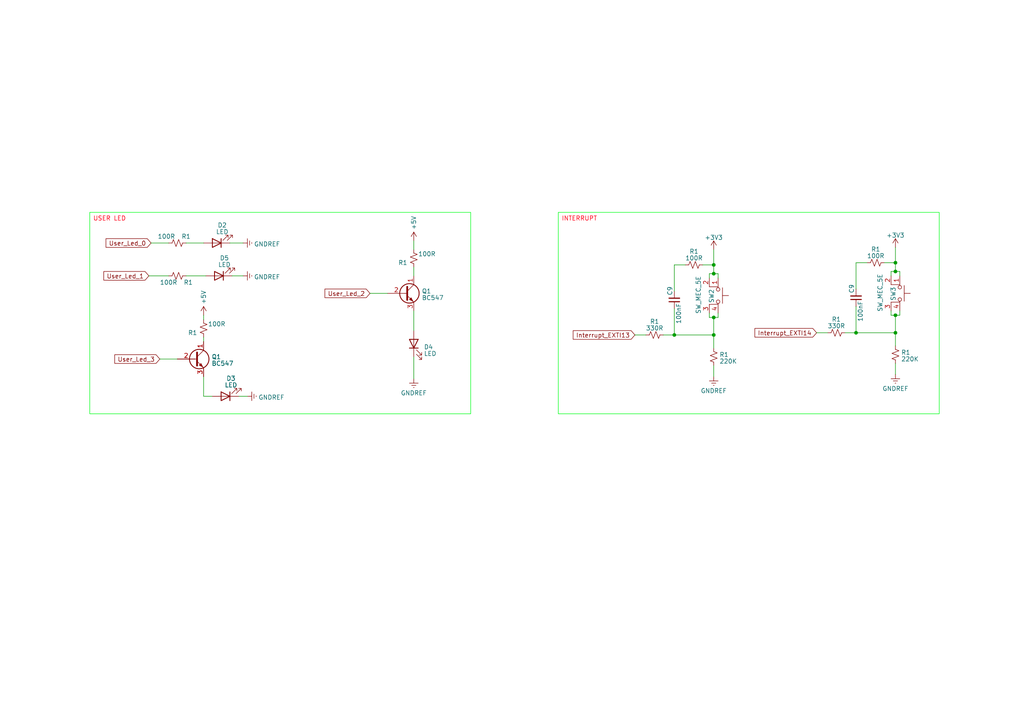
<source format=kicad_sch>
(kicad_sch (version 20230121) (generator eeschema)
  (paper "A4")
  (lib_symbols
    (symbol "Device:C_Small" (pin_numbers hide) (pin_names (offset 0.254) hide)
      (property "Reference" "C" (at 0.254 1.778 0))
      (property "Value" "C_Small" (at 0.254 -2.032 0))
      (symbol "C_Small_0_1"
        (polyline (pts (xy -1.524 -0.508) (xy 1.524 -0.508)) (stroke (width 0.3302)))
        (polyline (pts (xy -1.524 0.508) (xy 1.524 0.508)) (stroke (width 0.3048)))
      )
      (symbol "C_Small_1_1"
        (pin passive line (at 0 2.54 270) (length 2.032) (name "~") (number "1"))
        (pin passive line (at 0 -2.54 90) (length 2.032) (name "~") (number "2"))
      )
    )
    (symbol "Device:LED" (pin_numbers hide) (pin_names (offset 1.016) hide)
      (property "Reference" "D" (at 0 2.54 0))
      (property "Value" "LED" (at 0 -2.54 0))
      (symbol "LED_0_1"
        (polyline (pts (xy -1.27 -1.27) (xy -1.27 1.27)) (stroke (width 0.254)))
        (polyline (pts (xy -1.27 0) (xy 1.27 0)))
        (polyline (pts (xy 1.27 -1.27) (xy 1.27 1.27) (xy -1.27 0) (xy 1.27 -1.27)) (stroke (width 0.254)))
        (polyline (pts (xy -3.048 -0.762) (xy -4.572 -2.286) (xy -3.81 -2.286) (xy -4.572 -2.286) (xy -4.572 -1.524)))
        (polyline (pts (xy -1.778 -0.762) (xy -3.302 -2.286) (xy -2.54 -2.286) (xy -3.302 -2.286) (xy -3.302 -1.524)))
      )
      (symbol "LED_1_1"
        (pin passive line (at -3.81 0 0) (length 2.54) (name "K") (number "1"))
        (pin passive line (at 3.81 0 180) (length 2.54) (name "A") (number "2"))
      )
    )
    (symbol "Device:R_Small_US" (pin_numbers hide) (pin_names (offset 0.254) hide)
      (property "Reference" "R" (at 0.762 0.508 0))
      (property "Value" "R_Small_US" (at 0.762 -1.016 0))
      (symbol "R_Small_US_1_1"
        (polyline (pts (xy 0 0) (xy 1.016 -0.381) (xy 0 -0.762) (xy -1.016 -1.143) (xy 0 -1.524)))
        (polyline (pts (xy 0 1.524) (xy 1.016 1.143) (xy 0 0.762) (xy -1.016 0.381) (xy 0 0)))
        (pin passive line (at 0 2.54 270) (length 1.016) (name "~") (number "1"))
        (pin passive line (at 0 -2.54 90) (length 1.016) (name "~") (number "2"))
      )
    )
    (symbol "Switch:SW_MEC_5E" (pin_names (offset 1.016) hide)
      (property "Reference" "SW" (at 0.635 5.715 0))
      (property "Value" "SW_MEC_5E" (at 0 -3.175 0))
      (symbol "SW_MEC_5E_0_1"
        (circle (center -1.778 2.54) (radius 0.508))
        (polyline (pts (xy -2.286 3.81) (xy 2.286 3.81)))
        (polyline (pts (xy 0 3.81) (xy 0 5.588)))
        (polyline (pts (xy -2.54 0) (xy -2.54 2.54) (xy -2.286 2.54)))
        (polyline (pts (xy 2.54 0) (xy 2.54 2.54) (xy 2.286 2.54)))
        (circle (center 1.778 2.54) (radius 0.508))
        (pin passive line (at -5.08 2.54 0) (length 2.54) (name "1") (number "1"))
        (pin passive line (at -5.08 0 0) (length 2.54) (name "2") (number "2"))
        (pin passive line (at 5.08 0 180) (length 2.54) (name "K") (number "3"))
        (pin passive line (at 5.08 2.54 180) (length 2.54) (name "A") (number "4"))
      )
    )
    (symbol "Transistor_BJT:BC547" (pin_names (offset 0) hide)
      (property "Reference" "Q" (at 5.08 1.905 0))
      (property "Value" "BC547" (at 5.08 0 0))
      (symbol "BC547_0_1"
        (polyline (pts (xy 0 0) (xy 0.635 0)))
        (polyline (pts (xy 0.635 0.635) (xy 2.54 2.54)))
        (polyline (pts (xy 0.635 -0.635) (xy 2.54 -2.54) (xy 2.54 -2.54)))
        (polyline (pts (xy 0.635 1.905) (xy 0.635 -1.905) (xy 0.635 -1.905)) (stroke (width 0.508)))
        (polyline (pts (xy 1.27 -1.778) (xy 1.778 -1.27) (xy 2.286 -2.286) (xy 1.27 -1.778) (xy 1.27 -1.778)) (fill (type outline)))
        (circle (center 1.27 0) (radius 2.8194) (stroke (width 0.254)))
      )
      (symbol "BC547_1_1"
        (pin passive line (at 2.54 5.08 270) (length 2.54) (name "C") (number "1"))
        (pin input line (at -5.08 0 0) (length 5.08) (name "B") (number "2"))
        (pin passive line (at 2.54 -5.08 90) (length 2.54) (name "E") (number "3"))
      )
    )
    (symbol "power:+3V3" (power) (pin_names (offset 0))
      (property "Value" "+3V3" (at 0 3.556 0))
      (symbol "+3V3_0_1"
        (polyline (pts (xy -0.762 1.27) (xy 0 2.54)))
        (polyline (pts (xy 0 0) (xy 0 2.54)))
        (polyline (pts (xy 0 2.54) (xy 0.762 1.27)))
      )
      (symbol "+3V3_1_1"
        (pin power_in line (at 0 0 90) (length 0) hide (name "+3V3") (number "1"))
      )
    )
    (symbol "power:+5V" (power) (pin_names (offset 0))
      (property "Value" "+5V" (at 0 3.556 0))
      (symbol "+5V_0_1"
        (polyline (pts (xy -0.762 1.27) (xy 0 2.54)))
        (polyline (pts (xy 0 0) (xy 0 2.54)))
        (polyline (pts (xy 0 2.54) (xy 0.762 1.27)))
      )
      (symbol "+5V_1_1"
        (pin power_in line (at 0 0 90) (length 0) hide (name "+5V") (number "1"))
      )
    )
    (symbol "power:GNDREF" (power) (pin_names (offset 0))
      (property "Value" "GNDREF" (at 0 -3.81 0))
      (symbol "GNDREF_0_1"
        (polyline (pts (xy -0.635 -1.905) (xy 0.635 -1.905)))
        (polyline (pts (xy -0.127 -2.54) (xy 0.127 -2.54)))
        (polyline (pts (xy 0 -1.27) (xy 0 0)))
        (polyline (pts (xy 1.27 -1.27) (xy -1.27 -1.27)))
      )
      (symbol "GNDREF_1_1"
        (pin power_in line (at 0 0 270) (length 0) hide (name "GNDREF") (number "1"))
      )
    )
  )
  (junction (at 248.285 96.52))
  (junction (at 259.715 76.2))
  (junction (at 207.01 76.835))
  (junction (at 259.715 78.74))
  (junction (at 207.01 92.075))
  (junction (at 207.01 97.155))
  (junction (at 195.58 97.155))
  (junction (at 207.01 79.375))
  (junction (at 259.715 91.44))
  (junction (at 259.715 96.52))
  (wire (pts (xy 192.405 97.155) (xy 195.58 97.155)))
  (wire (pts (xy 256.54 76.2) (xy 259.715 76.2)))
  (wire (pts (xy 69.215 114.935) (xy 71.755 114.935)))
  (wire (pts (xy 258.445 91.44) (xy 258.445 90.17)))
  (wire (pts (xy 205.74 92.075) (xy 207.01 92.075)))
  (wire (pts (xy 207.01 106.045) (xy 207.01 109.22)))
  (wire (pts (xy 195.58 76.835) (xy 195.58 84.455)))
  (wire (pts (xy 53.975 70.485) (xy 59.055 70.485)))
  (wire (pts (xy 43.18 80.01) (xy 48.895 80.01)))
  (wire (pts (xy 203.835 76.835) (xy 207.01 76.835)))
  (wire (pts (xy 59.055 109.22) (xy 59.055 114.935)))
  (wire (pts (xy 195.58 89.535) (xy 195.58 97.155)))
  (wire (pts (xy 259.715 91.44) (xy 260.985 91.44)))
  (wire (pts (xy 120.015 95.885) (xy 120.015 90.17)))
  (wire (pts (xy 207.01 79.375) (xy 208.28 79.375)))
  (wire (pts (xy 245.11 96.52) (xy 248.285 96.52)))
  (wire (pts (xy 184.15 97.155) (xy 187.325 97.155)))
  (wire (pts (xy 107.315 85.09) (xy 112.395 85.09)))
  (wire (pts (xy 198.755 76.835) (xy 195.58 76.835)))
  (wire (pts (xy 207.01 92.075) (xy 208.28 92.075)))
  (wire (pts (xy 251.46 76.2) (xy 248.285 76.2)))
  (wire (pts (xy 46.355 104.14) (xy 51.435 104.14)))
  (wire (pts (xy 59.055 114.935) (xy 61.595 114.935)))
  (wire (pts (xy 59.69 80.01) (xy 53.975 80.01)))
  (wire (pts (xy 260.985 78.74) (xy 260.985 80.01)))
  (wire (pts (xy 259.715 105.41) (xy 259.715 108.585)))
  (wire (pts (xy 207.01 76.835) (xy 207.01 79.375)))
  (wire (pts (xy 248.285 88.9) (xy 248.285 96.52)))
  (wire (pts (xy 70.485 70.485) (xy 66.675 70.485)))
  (wire (pts (xy 208.28 79.375) (xy 208.28 80.645)))
  (wire (pts (xy 259.715 96.52) (xy 259.715 100.33)))
  (wire (pts (xy 248.285 96.52) (xy 259.715 96.52)))
  (wire (pts (xy 120.015 103.505) (xy 120.015 109.855)))
  (wire (pts (xy 43.815 70.485) (xy 48.895 70.485)))
  (wire (pts (xy 120.015 77.47) (xy 120.015 80.01)))
  (wire (pts (xy 236.855 96.52) (xy 240.03 96.52)))
  (wire (pts (xy 259.715 91.44) (xy 259.715 96.52)))
  (wire (pts (xy 258.445 91.44) (xy 259.715 91.44)))
  (wire (pts (xy 207.01 97.155) (xy 207.01 100.965)))
  (wire (pts (xy 195.58 97.155) (xy 207.01 97.155)))
  (wire (pts (xy 259.715 76.2) (xy 259.715 78.74)))
  (wire (pts (xy 259.715 71.755) (xy 259.715 76.2)))
  (wire (pts (xy 205.74 92.075) (xy 205.74 90.805)))
  (wire (pts (xy 248.285 76.2) (xy 248.285 83.82)))
  (wire (pts (xy 207.01 72.39) (xy 207.01 76.835)))
  (wire (pts (xy 205.74 79.375) (xy 205.74 80.645)))
  (wire (pts (xy 260.985 91.44) (xy 260.985 90.17)))
  (wire (pts (xy 59.055 97.79) (xy 59.055 99.06)))
  (wire (pts (xy 258.445 78.74) (xy 258.445 80.01)))
  (wire (pts (xy 120.015 72.39) (xy 120.015 69.85)))
  (wire (pts (xy 208.28 92.075) (xy 208.28 90.805)))
  (wire (pts (xy 205.74 79.375) (xy 207.01 79.375)))
  (wire (pts (xy 259.715 78.74) (xy 260.985 78.74)))
  (wire (pts (xy 59.055 92.71) (xy 59.055 91.44)))
  (wire (pts (xy 258.445 78.74) (xy 259.715 78.74)))
  (wire (pts (xy 207.01 92.075) (xy 207.01 97.155)))
  (wire (pts (xy 67.31 80.01) (xy 70.485 80.01)))
  (text_box "USER LED\n" (at 26.035 61.595 0) (size 110.49 58.42) (stroke (width 0) (color 0 255 24 1)) (effects (font (size 1.27 1.27)) (justify left top)))
  (text_box "INTERRUPT\n" (at 161.925 61.595 0) (size 110.49 58.42) (stroke (width 0) (color 0 255 24 1)) (effects (font (size 1.27 1.27)) (justify left top)))
  (global_label "Interrupt_EXTI14" (shape input) (at 236.855 96.52 180) (property "Intersheetrefs" "${INTERSHEET_REFS}" (effects hide)))
  (global_label "User_Led_1" (shape input) (at 43.18 80.01 180) (property "Intersheetrefs" "${INTERSHEET_REFS}" (effects hide)))
  (global_label "User_Led_3" (shape input) (at 46.355 104.14 180) (property "Intersheetrefs" "${INTERSHEET_REFS}" (effects hide)))
  (global_label "Interrupt_EXTI13" (shape input) (at 184.15 97.155 180) (property "Intersheetrefs" "${INTERSHEET_REFS}" (effects hide)))
  (global_label "User_Led_2" (shape input) (at 107.315 85.09 180) (property "Intersheetrefs" "${INTERSHEET_REFS}" (effects hide)))
  (global_label "User_Led_0" (shape input) (at 43.815 70.485 180) (property "Intersheetrefs" "${INTERSHEET_REFS}" (effects hide)))
  (symbol (lib_id "Device:R_Small_US") (at 254 76.2 90) (unit 1)
    (property "Reference" "R1" (at 254 72.3011 90))
    (property "Value" "100R" (at 254 74.2221 90))
    (property "Footprint" "Resistor_SMD:R_0805_2012Metric" (effects hide))
    (instances (project "Sistem_Tasarim" (path "" (reference "R1") (unit 1)) (path "" (reference "R1") (unit 1)) (path "" (reference "R18") (unit 1))))
  )
  (symbol (lib_id "Device:C_Small") (at 248.285 86.36 180) (unit 1)
    (property "Reference" "C9" (at 247.015 85.09 90) (effects (justify right)))
    (property "Value" "100nF" (at 249.555 93.345 90) (effects (justify right)))
    (property "Footprint" "Capacitor_SMD:C_0805_2012Metric" (effects hide))
    (instances (project "Sistem_Tasarim" (path "" (reference "C9") (unit 1)) (path "" (reference "C1") (unit 1)) (path "" (reference "C22") (unit 1))))
  )
  (symbol (lib_id "power:GNDREF") (at 207.01 109.22 0) (unit 1)
    (property "Reference" "#PWR02" (effects hide))
    (property "Value" "GNDREF" (at 207.01 113.3555 0))
    (instances (project "Sistem_Tasarim" (path "" (reference "#PWR02") (unit 1)) (path "" (reference "#PWR02") (unit 1)) (path "" (reference "#PWR025") (unit 1)) (path "" (reference "#PWR033") (unit 1))))
  )
  (symbol (lib_id "Switch:SW_MEC_5E") (at 258.445 85.09 270) (unit 1)
    (property "Reference" "SW3" (at 259.08 83.185 0) (effects (justify left)))
    (property "Value" "SW_MEC_5E" (at 255.27 79.375 0) (effects (justify left)))
    (property "Footprint" "User_Footprint:SW_PUSH_6mm_H4.3mm" (effects hide))
    (property "Datasheet" "http://www.apem.com/int/index.php?controller=attachment&id_attachment=1371" (effects hide))
  )
  (symbol (lib_id "Device:R_Small_US") (at 259.715 102.87 0) (unit 1)
    (property "Reference" "R1" (at 261.366 102.2263 0) (effects (justify left)))
    (property "Value" "220K" (at 261.366 104.1473 0) (effects (justify left)))
    (property "Footprint" "Resistor_SMD:R_0805_2012Metric" (effects hide))
    (instances (project "Sistem_Tasarim" (path "" (reference "R1") (unit 1)) (path "" (reference "R1") (unit 1)) (path "" (reference "R19") (unit 1))))
  )
  (symbol (lib_id "power:+5V") (at 120.015 69.85 0) (unit 1)
    (property "Reference" "#PWR011" (effects hide))
    (property "Value" "+5V" (at 120.015 66.675 90) (effects (justify left)))
    (instances (project "Sistem_Tasarim" (path "" (reference "#PWR011") (unit 1)) (path "" (reference "#PWR030") (unit 1)) (path "" (reference "#PWR049") (unit 1)) (path "" (reference "#PWR058") (unit 1))))
  )
  (symbol (lib_id "Device:R_Small_US") (at 51.435 70.485 90) (unit 1)
    (property "Reference" "R1" (at 53.975 68.58 90))
    (property "Value" "100R" (at 48.26 68.58 90))
    (property "Footprint" "Resistor_SMD:R_0805_2012Metric" (effects hide))
    (instances (project "Sistem_Tasarim" (path "" (reference "R1") (unit 1)) (path "" (reference "R1") (unit 1)) (path "" (reference "R20") (unit 1))))
  )
  (symbol (lib_id "power:+3V3") (at 207.01 72.39 0) (unit 1)
    (property "Reference" "#PWR08" (effects hide))
    (property "Value" "+3V3" (at 207.01 68.8881 0))
    (instances (project "Sistem_Tasarim" (path "" (reference "#PWR08") (unit 1)) (path "" (reference "#PWR08") (unit 1)) (path "" (reference "#PWR035") (unit 1))))
  )
  (symbol (lib_id "Device:R_Small_US") (at 207.01 103.505 0) (unit 1)
    (property "Reference" "R1" (at 208.661 102.8613 0) (effects (justify left)))
    (property "Value" "220K" (at 208.661 104.7823 0) (effects (justify left)))
    (property "Footprint" "Resistor_SMD:R_0805_2012Metric" (effects hide))
    (instances (project "Sistem_Tasarim" (path "" (reference "R1") (unit 1)) (path "" (reference "R1") (unit 1)) (path "" (reference "R14") (unit 1))))
  )
  (symbol (lib_id "Transistor_BJT:BC547") (at 117.475 85.09 0) (unit 1)
    (property "Reference" "Q1" (at 122.3264 84.4463 0) (effects (justify left)))
    (property "Value" "BC547" (at 122.3264 86.3673 0) (effects (justify left)))
    (property "Footprint" "Package_TO_SOT_THT:TO-92_Inline" (effects hide))
    (property "Datasheet" "https://www.onsemi.com/pub/Collateral/BC550-D.pdf" (effects hide))
    (instances (project "Sistem_Tasarim" (path "" (reference "Q1") (unit 1)) (path "" (reference "Q2") (unit 1))))
  )
  (symbol (lib_id "Device:R_Small_US") (at 242.57 96.52 90) (unit 1)
    (property "Reference" "R1" (at 242.57 92.6211 90))
    (property "Value" "330R" (at 242.57 94.5421 90))
    (property "Footprint" "Resistor_SMD:R_0805_2012Metric" (effects hide))
    (instances (project "Sistem_Tasarim" (path "" (reference "R1") (unit 1)) (path "" (reference "R1") (unit 1)) (path "" (reference "R17") (unit 1))))
  )
  (symbol (lib_id "power:GNDREF") (at 71.755 114.935 90) (unit 1)
    (property "Reference" "#PWR02" (effects hide))
    (property "Value" "GNDREF" (at 74.93 115.2518 90) (effects (justify right)))
    (instances (project "Sistem_Tasarim" (path "" (reference "#PWR02") (unit 1)) (path "" (reference "#PWR02") (unit 1)) (path "" (reference "#PWR025") (unit 1)) (path "" (reference "#PWR056") (unit 1))))
  )
  (symbol (lib_id "Device:C_Small") (at 195.58 86.995 180) (unit 1)
    (property "Reference" "C9" (at 194.31 85.725 90) (effects (justify right)))
    (property "Value" "100nF" (at 196.85 93.98 90) (effects (justify right)))
    (property "Footprint" "Capacitor_SMD:C_0805_2012Metric" (effects hide))
    (instances (project "Sistem_Tasarim" (path "" (reference "C9") (unit 1)) (path "" (reference "C1") (unit 1)) (path "" (reference "C21") (unit 1))))
  )
  (symbol (lib_id "Device:R_Small_US") (at 120.015 74.93 0) (unit 1)
    (property "Reference" "R1" (at 116.84 76.2 0))
    (property "Value" "100R" (at 123.825 73.66 0))
    (property "Footprint" "Resistor_SMD:R_0805_2012Metric" (effects hide))
    (instances (project "Sistem_Tasarim" (path "" (reference "R1") (unit 1)) (path "" (reference "R1") (unit 1)) (path "" (reference "R23") (unit 1))))
  )
  (symbol (lib_id "power:GNDREF") (at 120.015 109.855 0) (unit 1)
    (property "Reference" "#PWR02" (effects hide))
    (property "Value" "GNDREF" (at 120.015 113.9905 0))
    (instances (project "Sistem_Tasarim" (path "" (reference "#PWR02") (unit 1)) (path "" (reference "#PWR02") (unit 1)) (path "" (reference "#PWR025") (unit 1)) (path "" (reference "#PWR059") (unit 1))))
  )
  (symbol (lib_id "Transistor_BJT:BC547") (at 56.515 104.14 0) (unit 1)
    (property "Reference" "Q1" (at 61.3664 103.4963 0) (effects (justify left)))
    (property "Value" "BC547" (at 61.3664 105.4173 0) (effects (justify left)))
    (property "Footprint" "Package_TO_SOT_THT:TO-92_Inline" (effects hide))
    (property "Datasheet" "https://www.onsemi.com/pub/Collateral/BC550-D.pdf" (effects hide))
    (instances (project "Sistem_Tasarim" (path "" (reference "Q1") (unit 1)) (path "" (reference "Q3") (unit 1))))
  )
  (symbol (lib_id "Device:R_Small_US") (at 59.055 95.25 0) (unit 1)
    (property "Reference" "R1" (at 55.88 96.52 0))
    (property "Value" "100R" (at 62.865 93.98 0))
    (property "Footprint" "Resistor_SMD:R_0805_2012Metric" (effects hide))
    (instances (project "Sistem_Tasarim" (path "" (reference "R1") (unit 1)) (path "" (reference "R1") (unit 1)) (path "" (reference "R22") (unit 1))))
  )
  (symbol (lib_id "Device:LED") (at 62.865 70.485 180) (unit 1)
    (property "Reference" "D2" (at 64.4525 65.3161 0))
    (property "Value" "LED" (at 64.4525 67.2371 0))
    (property "Footprint" "LED_SMD:LED_0805_2012Metric" (effects hide))
  )
  (symbol (lib_id "Device:LED") (at 65.405 114.935 180) (unit 1)
    (property "Reference" "D3" (at 66.9925 109.7661 0))
    (property "Value" "LED" (at 66.9925 111.6871 0))
    (property "Footprint" "LED_THT:LED_D5.0mm" (effects hide))
  )
  (symbol (lib_id "power:+3V3") (at 259.715 71.755 0) (unit 1)
    (property "Reference" "#PWR08" (effects hide))
    (property "Value" "+3V3" (at 259.715 68.2531 0))
    (instances (project "Sistem_Tasarim" (path "" (reference "#PWR08") (unit 1)) (path "" (reference "#PWR08") (unit 1)) (path "" (reference "#PWR037") (unit 1))))
  )
  (symbol (lib_id "Device:LED") (at 63.5 80.01 180) (unit 1)
    (property "Reference" "D5" (at 65.0875 74.8411 0))
    (property "Value" "LED" (at 65.0875 76.7621 0))
    (property "Footprint" "LED_THT:LED_D5.0mm" (effects hide))
  )
  (symbol (lib_id "Device:LED") (at 120.015 99.695 90) (unit 1)
    (property "Reference" "D4" (at 122.936 100.6388 90) (effects (justify right)))
    (property "Value" "LED" (at 122.936 102.5598 90) (effects (justify right)))
    (property "Footprint" "LED_SMD:LED_0805_2012Metric" (effects hide))
  )
  (symbol (lib_id "power:+5V") (at 59.055 91.44 0) (unit 1)
    (property "Reference" "#PWR011" (effects hide))
    (property "Value" "+5V" (at 59.055 88.265 90) (effects (justify left)))
    (instances (project "Sistem_Tasarim" (path "" (reference "#PWR011") (unit 1)) (path "" (reference "#PWR030") (unit 1)) (path "" (reference "#PWR049") (unit 1)) (path "" (reference "#PWR057") (unit 1))))
  )
  (symbol (lib_id "Device:R_Small_US") (at 51.435 80.01 90) (unit 1)
    (property "Reference" "R1" (at 54.61 81.915 90))
    (property "Value" "100R" (at 48.895 81.915 90))
    (property "Footprint" "Resistor_SMD:R_0805_2012Metric" (effects hide))
    (instances (project "Sistem_Tasarim" (path "" (reference "R1") (unit 1)) (path "" (reference "R1") (unit 1)) (path "" (reference "R21") (unit 1))))
  )
  (symbol (lib_id "Device:R_Small_US") (at 201.295 76.835 90) (unit 1)
    (property "Reference" "R1" (at 201.295 72.9361 90))
    (property "Value" "100R" (at 201.295 74.8571 90))
    (property "Footprint" "Resistor_SMD:R_0805_2012Metric" (effects hide))
    (instances (project "Sistem_Tasarim" (path "" (reference "R1") (unit 1)) (path "" (reference "R1") (unit 1)) (path "" (reference "R16") (unit 1))))
  )
  (symbol (lib_id "power:GNDREF") (at 70.485 80.01 90) (unit 1)
    (property "Reference" "#PWR02" (effects hide))
    (property "Value" "GNDREF" (at 73.66 80.3268 90) (effects (justify right)))
    (instances (project "Sistem_Tasarim" (path "" (reference "#PWR02") (unit 1)) (path "" (reference "#PWR02") (unit 1)) (path "" (reference "#PWR025") (unit 1)) (path "" (reference "#PWR055") (unit 1))))
  )
  (symbol (lib_id "power:GNDREF") (at 70.485 70.485 90) (unit 1)
    (property "Reference" "#PWR02" (effects hide))
    (property "Value" "GNDREF" (at 73.66 70.8018 90) (effects (justify right)))
    (instances (project "Sistem_Tasarim" (path "" (reference "#PWR02") (unit 1)) (path "" (reference "#PWR02") (unit 1)) (path "" (reference "#PWR025") (unit 1)) (path "" (reference "#PWR054") (unit 1))))
  )
  (symbol (lib_id "power:GNDREF") (at 259.715 108.585 0) (unit 1)
    (property "Reference" "#PWR02" (effects hide))
    (property "Value" "GNDREF" (at 259.715 112.7205 0))
    (instances (project "Sistem_Tasarim" (path "" (reference "#PWR02") (unit 1)) (path "" (reference "#PWR02") (unit 1)) (path "" (reference "#PWR025") (unit 1)) (path "" (reference "#PWR045") (unit 1))))
  )
  (symbol (lib_id "Device:R_Small_US") (at 189.865 97.155 90) (unit 1)
    (property "Reference" "R1" (at 189.865 93.2561 90))
    (property "Value" "330R" (at 189.865 95.1771 90))
    (property "Footprint" "Resistor_SMD:R_0805_2012Metric" (effects hide))
    (instances (project "Sistem_Tasarim" (path "" (reference "R1") (unit 1)) (path "" (reference "R1") (unit 1)) (path "" (reference "R15") (unit 1))))
  )
  (symbol (lib_id "Switch:SW_MEC_5E") (at 205.74 85.725 270) (unit 1)
    (property "Reference" "SW2" (at 206.375 83.82 0) (effects (justify left)))
    (property "Value" "SW_MEC_5E" (at 202.565 80.01 0) (effects (justify left)))
    (property "Footprint" "User_Footprint:SW_PUSH_6mm_H4.3mm" (effects hide))
    (property "Datasheet" "http://www.apem.com/int/index.php?controller=attachment&id_attachment=1371" (effects hide))
  )
)
</source>
